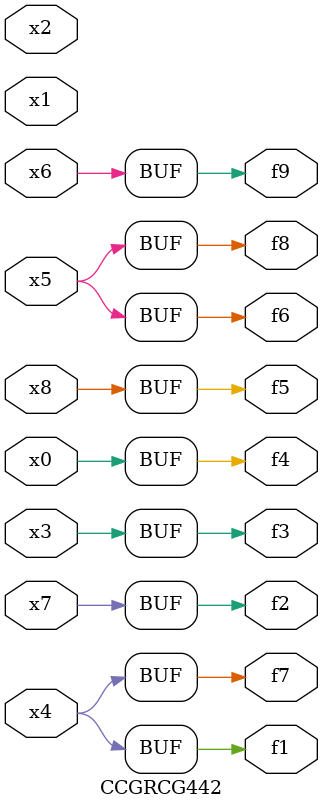
<source format=v>
module CCGRCG442(
	input x0, x1, x2, x3, x4, x5, x6, x7, x8,
	output f1, f2, f3, f4, f5, f6, f7, f8, f9
);
	assign f1 = x4;
	assign f2 = x7;
	assign f3 = x3;
	assign f4 = x0;
	assign f5 = x8;
	assign f6 = x5;
	assign f7 = x4;
	assign f8 = x5;
	assign f9 = x6;
endmodule

</source>
